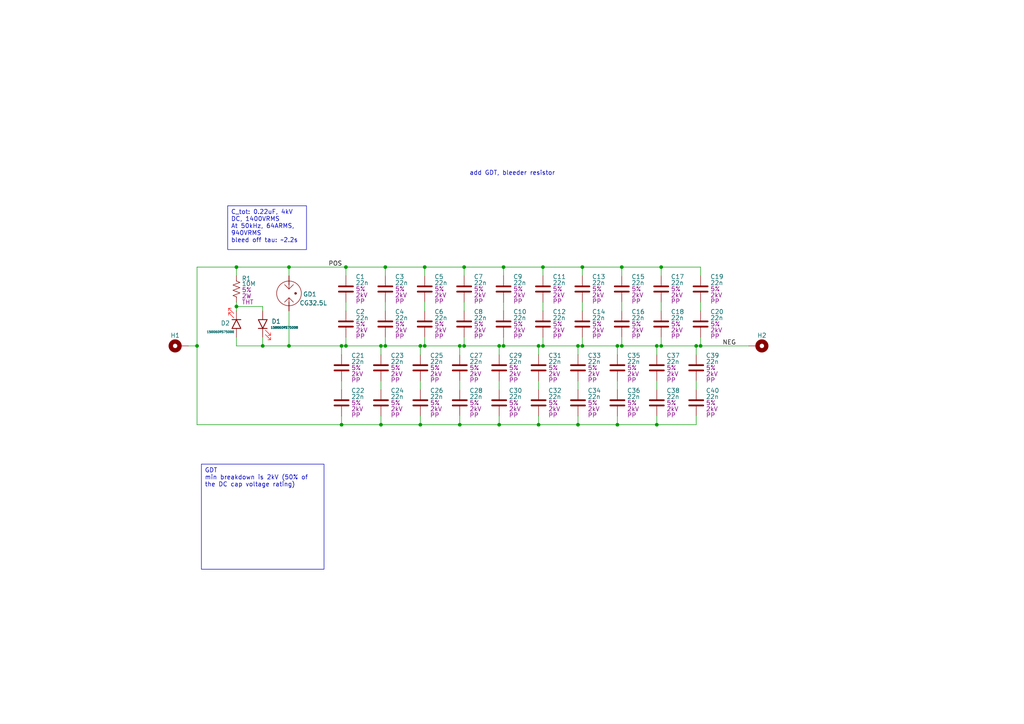
<source format=kicad_sch>
(kicad_sch (version 20250114) (generator "eeschema") (generator_version "9.0")
  (paper "A4")
  (lib_symbols
    (symbol "peml:150060RS75000" (pin_numbers (hide yes)) (pin_names (offset 1.016) (hide yes))
      (property "Reference" "D" (at 0 2.54 0))
      (property "Value" "150060RS75000" (at 0.254 -3.556 0))
      (symbol "150060RS75000_0_1"
        (polyline (pts (xy -1.27 -1.27) (xy -1.27 1.27)) (stroke (width 0.254)))
        (polyline (pts (xy 1.27 -1.27) (xy 1.27 1.27) (xy -1.27 0) (xy 1.27 -1.27)) (stroke (width 0.254)))
      )
      (symbol "150060RS75000_1_1"
        (polyline (pts (xy -3.048 -0.762) (xy -4.572 -2.286) (xy -3.81 -2.286) (xy -4.572 -2.286) (xy -4.572 -1.524)) (stroke (width 0) (color 255 0 0 1)))
        (polyline (pts (xy -1.778 -0.762) (xy -3.302 -2.286) (xy -2.54 -2.286) (xy -3.302 -2.286) (xy -3.302 -1.524)) (stroke (width 0) (color 255 0 0 1)))
        (pin passive line (at -3.81 0 0) (length 2.54) (name "K") (number "1"))
        (pin passive line (at 3.81 0 180) (length 2.54) (name "A") (number "2"))
      )
    )
    (symbol "peml:CG32.5L" (pin_numbers (hide yes))
      (property "Reference" "GD" (at 5.08 0 90))
      (property "Value" "CG32.5L" (at 7.62 0 90))
      (symbol "CG32.5L_0_1"
        (polyline (pts (xy 0 2.54) (xy 0 1.27)))
        (polyline (pts (xy 0 1.27) (xy -1.27 2.54)))
        (polyline (pts (xy 0 1.27) (xy 1.27 2.54)))
        (circle (center 0 0) (radius 3.5814))
        (polyline (pts (xy 0 -1.27) (xy -1.27 -2.54)))
        (polyline (pts (xy 0 -1.27) (xy 1.27 -2.54)))
        (polyline (pts (xy 0 -2.54) (xy 0 -1.27)))
        (circle (center 1.905 0) (radius 0.127))
        (circle (center 1.905 0) (radius 0.127))
        (circle (center 1.905 0) (radius 0.2794))
        (circle (center 2.032 0) (radius 0.127))
      )
      (symbol "CG32.5L_1_1"
        (pin passive line (at 0 5.08 270) (length 2.54) (name "~") (number "3"))
        (pin passive line (at 0 -5.08 90) (length 2.54) (name "~") (number "1"))
      )
    )
    (symbol "peml:MountingHole_Pad" (pin_numbers (hide yes)) (pin_names (offset 1.016) (hide yes)) (in_bom no)
      (property "Reference" "H" (at 0 6.35 0))
      (property "Value" "MountingHole_Pad" (at 0 4.445 0))
      (symbol "MountingHole_Pad_0_1"
        (circle (center 0 1.27) (radius 1.27) (stroke (width 1.27)))
      )
      (symbol "MountingHole_Pad_1_1"
        (pin input line (at 0 -2.54 90) (length 2.54) (name "1") (number "1"))
      )
    )
    (symbol "peml_passives:ASRM2JA10M0" (pin_numbers (hide yes)) (pin_names (offset 0))
      (property "Reference" "R" (at 1.905 3.175 0))
      (property "Value" "10M" (at 1.905 1.27 0))
      (property "Tolerance" "5%" (at 1.905 -0.635 0))
      (property "Power" "2W" (at 1.905 -2.54 0))
      (property "Package" "THT" (at 1.905 -4.445 0))
      (symbol "ASRM2JA10M0_0_1"
        (polyline (pts (xy 0 2.286) (xy 0 2.54)))
        (polyline (pts (xy 0 2.286) (xy 1.016 1.905) (xy 0 1.524) (xy -1.016 1.143) (xy 0 0.762)))
        (polyline (pts (xy 0 0.762) (xy 1.016 0.381) (xy 0 0) (xy -1.016 -0.381) (xy 0 -0.762)))
        (polyline (pts (xy 0 -0.762) (xy 1.016 -1.143) (xy 0 -1.524) (xy -1.016 -1.905) (xy 0 -2.286)))
        (polyline (pts (xy 0 -2.286) (xy 0 -2.54)))
      )
      (symbol "ASRM2JA10M0_1_1"
        (pin passive line (at 0 3.81 270) (length 1.27) (name "~") (number "1"))
        (pin passive line (at 0 -3.81 90) (length 1.27) (name "~") (number "2"))
      )
    )
    (symbol "peml_passives:R76UN22204040J" (pin_numbers (hide yes)) (pin_names (offset 0.254))
      (property "Reference" "C" (at 2.54 3.81 0))
      (property "Value" "22n" (at 2.54 1.905 0))
      (property "Tolerance" "5%" (at 2.54 0 0))
      (property "Voltage" "2kV" (at 2.54 -1.905 0))
      (property "Dielectric" "PP" (at 2.54 -3.81 0))
      (symbol "R76UN22204040J_0_1"
        (polyline (pts (xy -2.032 0.762) (xy 2.032 0.762)) (stroke (width 0.508)))
        (polyline (pts (xy -2.032 -0.762) (xy 2.032 -0.762)) (stroke (width 0.508)))
      )
      (symbol "R76UN22204040J_1_1"
        (pin passive line (at 0 3.81 270) (length 2.794) (name "~") (number "1"))
        (pin passive line (at 0 -3.81 90) (length 2.794) (name "~") (number "2"))
      )
    )
  )
  (text "add GDT, bleeder resistor" (at 148.59 50.292 0) (effects (font (size 1.27 1.27))))
  (text_box "C_tot: 0.22uF, 4kV DC, 1400VRMS\nAt 50kHz, 64ARMS, 940VRMS\nbleed off tau: ~2.2s" (at 66.04 59.69 0) (size 22.86 12.7) (margins 0.9525 0.9525 0.9525 0.9525) (effects (font (size 1.27 1.27)) (justify left top)))
  (text_box "GDT \nmin breakdown is 2kV (50% of the DC cap voltage rating)" (at 58.42 134.62 0) (size 35.56 30.48) (margins 0.9525 0.9525 0.9525 0.9525) (effects (font (size 1.27 1.27)) (justify left top)))
  (junction (at 100.33 100.33))
  (junction (at 83.82 100.33))
  (junction (at 144.78 123.19))
  (junction (at 123.19 100.33))
  (junction (at 180.34 100.33))
  (junction (at 68.58 88.9))
  (junction (at 156.21 100.33))
  (junction (at 179.07 100.33))
  (junction (at 57.15 100.33))
  (junction (at 156.21 123.19))
  (junction (at 157.48 77.47))
  (junction (at 110.49 100.33))
  (junction (at 100.33 77.47))
  (junction (at 144.78 100.33))
  (junction (at 134.62 100.33))
  (junction (at 191.77 100.33))
  (junction (at 99.06 123.19))
  (junction (at 157.48 100.33))
  (junction (at 111.76 77.47))
  (junction (at 190.5 123.19))
  (junction (at 146.05 77.47))
  (junction (at 167.64 123.19))
  (junction (at 168.91 100.33))
  (junction (at 83.82 77.47))
  (junction (at 180.34 77.47))
  (junction (at 133.35 100.33))
  (junction (at 76.2 100.33))
  (junction (at 201.93 100.33))
  (junction (at 167.64 100.33))
  (junction (at 121.92 123.19))
  (junction (at 146.05 100.33))
  (junction (at 133.35 123.19))
  (junction (at 134.62 77.47))
  (junction (at 110.49 123.19))
  (junction (at 190.5 100.33))
  (junction (at 99.06 100.33))
  (junction (at 179.07 123.19))
  (junction (at 68.58 77.47))
  (junction (at 123.19 77.47))
  (junction (at 121.92 100.33))
  (junction (at 168.91 77.47))
  (junction (at 191.77 77.47))
  (junction (at 111.76 100.33))
  (junction (at 203.2 100.33))
  (wire (pts (xy 156.21 123.19) (xy 167.64 123.19)))
  (wire (pts (xy 167.64 123.19) (xy 179.07 123.19)))
  (wire (pts (xy 203.2 100.33) (xy 217.17 100.33)))
  (wire (pts (xy 99.06 120.65) (xy 99.06 123.19)))
  (wire (pts (xy 68.58 88.9) (xy 68.58 90.17)))
  (wire (pts (xy 110.49 110.49) (xy 110.49 113.03)))
  (wire (pts (xy 180.34 87.63) (xy 180.34 90.17)))
  (wire (pts (xy 123.19 77.47) (xy 123.19 80.01)))
  (wire (pts (xy 156.21 100.33) (xy 157.48 100.33)))
  (wire (pts (xy 133.35 120.65) (xy 133.35 123.19)))
  (wire (pts (xy 201.93 120.65) (xy 201.93 123.19)))
  (wire (pts (xy 190.5 100.33) (xy 191.77 100.33)))
  (wire (pts (xy 179.07 100.33) (xy 179.07 102.87)))
  (wire (pts (xy 180.34 97.79) (xy 180.34 100.33)))
  (wire (pts (xy 121.92 100.33) (xy 123.19 100.33)))
  (wire (pts (xy 201.93 100.33) (xy 203.2 100.33)))
  (wire (pts (xy 76.2 88.9) (xy 76.2 90.17)))
  (wire (pts (xy 146.05 77.47) (xy 157.48 77.47)))
  (wire (pts (xy 168.91 97.79) (xy 168.91 100.33)))
  (wire (pts (xy 123.19 100.33) (xy 133.35 100.33)))
  (wire (pts (xy 111.76 97.79) (xy 111.76 100.33)))
  (wire (pts (xy 156.21 120.65) (xy 156.21 123.19)))
  (wire (pts (xy 180.34 77.47) (xy 180.34 80.01)))
  (wire (pts (xy 179.07 110.49) (xy 179.07 113.03)))
  (wire (pts (xy 203.2 80.01) (xy 203.2 77.47)))
  (wire (pts (xy 157.48 87.63) (xy 157.48 90.17)))
  (wire (pts (xy 76.2 100.33) (xy 83.82 100.33)))
  (wire (pts (xy 68.58 97.79) (xy 68.58 100.33)))
  (wire (pts (xy 144.78 100.33) (xy 146.05 100.33)))
  (wire (pts (xy 180.34 77.47) (xy 191.77 77.47)))
  (wire (pts (xy 121.92 110.49) (xy 121.92 113.03)))
  (wire (pts (xy 167.64 100.33) (xy 168.91 100.33)))
  (wire (pts (xy 121.92 120.65) (xy 121.92 123.19)))
  (wire (pts (xy 99.06 123.19) (xy 110.49 123.19)))
  (wire (pts (xy 100.33 100.33) (xy 110.49 100.33)))
  (wire (pts (xy 156.21 100.33) (xy 156.21 102.87)))
  (wire (pts (xy 68.58 100.33) (xy 76.2 100.33)))
  (wire (pts (xy 144.78 123.19) (xy 156.21 123.19)))
  (wire (pts (xy 144.78 120.65) (xy 144.78 123.19)))
  (wire (pts (xy 144.78 100.33) (xy 144.78 102.87)))
  (wire (pts (xy 110.49 100.33) (xy 110.49 102.87)))
  (wire (pts (xy 146.05 100.33) (xy 156.21 100.33)))
  (wire (pts (xy 167.64 120.65) (xy 167.64 123.19)))
  (wire (pts (xy 167.64 110.49) (xy 167.64 113.03)))
  (wire (pts (xy 201.93 110.49) (xy 201.93 113.03)))
  (wire (pts (xy 123.19 97.79) (xy 123.19 100.33)))
  (wire (pts (xy 191.77 97.79) (xy 191.77 100.33)))
  (wire (pts (xy 168.91 100.33) (xy 179.07 100.33)))
  (wire (pts (xy 168.91 77.47) (xy 168.91 80.01)))
  (wire (pts (xy 134.62 77.47) (xy 146.05 77.47)))
  (wire (pts (xy 191.77 77.47) (xy 203.2 77.47)))
  (wire (pts (xy 121.92 123.19) (xy 133.35 123.19)))
  (wire (pts (xy 99.06 110.49) (xy 99.06 113.03)))
  (wire (pts (xy 190.5 100.33) (xy 190.5 102.87)))
  (wire (pts (xy 133.35 110.49) (xy 133.35 113.03)))
  (wire (pts (xy 190.5 123.19) (xy 201.93 123.19)))
  (wire (pts (xy 146.05 97.79) (xy 146.05 100.33)))
  (wire (pts (xy 83.82 77.47) (xy 100.33 77.47)))
  (wire (pts (xy 110.49 100.33) (xy 111.76 100.33)))
  (wire (pts (xy 111.76 77.47) (xy 123.19 77.47)))
  (wire (pts (xy 179.07 120.65) (xy 179.07 123.19)))
  (wire (pts (xy 157.48 77.47) (xy 168.91 77.47)))
  (wire (pts (xy 146.05 77.47) (xy 146.05 80.01)))
  (wire (pts (xy 134.62 77.47) (xy 134.62 80.01)))
  (wire (pts (xy 157.48 77.47) (xy 157.48 80.01)))
  (wire (pts (xy 201.93 100.33) (xy 201.93 102.87)))
  (wire (pts (xy 180.34 100.33) (xy 190.5 100.33)))
  (wire (pts (xy 134.62 100.33) (xy 144.78 100.33)))
  (wire (pts (xy 191.77 77.47) (xy 191.77 80.01)))
  (wire (pts (xy 83.82 100.33) (xy 99.06 100.33)))
  (wire (pts (xy 100.33 87.63) (xy 100.33 90.17)))
  (wire (pts (xy 57.15 123.19) (xy 57.15 100.33)))
  (wire (pts (xy 100.33 97.79) (xy 100.33 100.33)))
  (wire (pts (xy 99.06 123.19) (xy 57.15 123.19)))
  (wire (pts (xy 168.91 77.47) (xy 180.34 77.47)))
  (wire (pts (xy 146.05 87.63) (xy 146.05 90.17)))
  (wire (pts (xy 179.07 100.33) (xy 180.34 100.33)))
  (wire (pts (xy 110.49 123.19) (xy 121.92 123.19)))
  (wire (pts (xy 134.62 97.79) (xy 134.62 100.33)))
  (wire (pts (xy 76.2 97.79) (xy 76.2 100.33)))
  (wire (pts (xy 57.15 77.47) (xy 68.58 77.47)))
  (wire (pts (xy 190.5 120.65) (xy 190.5 123.19)))
  (wire (pts (xy 68.58 88.9) (xy 76.2 88.9)))
  (wire (pts (xy 83.82 77.47) (xy 83.82 80.01)))
  (wire (pts (xy 156.21 110.49) (xy 156.21 113.03)))
  (wire (pts (xy 144.78 110.49) (xy 144.78 113.03)))
  (wire (pts (xy 123.19 77.47) (xy 134.62 77.47)))
  (wire (pts (xy 99.06 100.33) (xy 99.06 102.87)))
  (wire (pts (xy 133.35 100.33) (xy 134.62 100.33)))
  (wire (pts (xy 167.64 100.33) (xy 167.64 102.87)))
  (wire (pts (xy 100.33 77.47) (xy 100.33 80.01)))
  (wire (pts (xy 157.48 97.79) (xy 157.48 100.33)))
  (wire (pts (xy 203.2 87.63) (xy 203.2 90.17)))
  (wire (pts (xy 111.76 87.63) (xy 111.76 90.17)))
  (wire (pts (xy 134.62 87.63) (xy 134.62 90.17)))
  (wire (pts (xy 100.33 77.47) (xy 111.76 77.47)))
  (wire (pts (xy 110.49 120.65) (xy 110.49 123.19)))
  (wire (pts (xy 121.92 100.33) (xy 121.92 102.87)))
  (wire (pts (xy 123.19 87.63) (xy 123.19 90.17)))
  (wire (pts (xy 191.77 100.33) (xy 201.93 100.33)))
  (wire (pts (xy 111.76 100.33) (xy 121.92 100.33)))
  (wire (pts (xy 68.58 77.47) (xy 83.82 77.47)))
  (wire (pts (xy 57.15 100.33) (xy 57.15 77.47)))
  (wire (pts (xy 68.58 77.47) (xy 68.58 80.01)))
  (wire (pts (xy 179.07 123.19) (xy 190.5 123.19)))
  (wire (pts (xy 83.82 90.17) (xy 83.82 100.33)))
  (wire (pts (xy 68.58 87.63) (xy 68.58 88.9)))
  (wire (pts (xy 190.5 110.49) (xy 190.5 113.03)))
  (wire (pts (xy 203.2 97.79) (xy 203.2 100.33)))
  (wire (pts (xy 191.77 87.63) (xy 191.77 90.17)))
  (wire (pts (xy 168.91 87.63) (xy 168.91 90.17)))
  (wire (pts (xy 133.35 123.19) (xy 144.78 123.19)))
  (wire (pts (xy 99.06 100.33) (xy 100.33 100.33)))
  (wire (pts (xy 133.35 100.33) (xy 133.35 102.87)))
  (wire (pts (xy 54.61 100.33) (xy 57.15 100.33)))
  (wire (pts (xy 157.48 100.33) (xy 167.64 100.33)))
  (wire (pts (xy 111.76 77.47) (xy 111.76 80.01)))
  (label "POS" (at 95.25 77.47 0))
  (label "NEG" (at 209.55 100.33 0))
  (symbol (lib_id "peml_passives:R76UN22204040J") (at 156.21 106.68 0) (unit 1)
    (property "Reference" "C31" (at 159.004 103.124 0) (effects (justify left)))
    (property "Value" "22n" (at 159.004 104.902 0) (effects (justify left)))
    (property "Footprint" "peml:C_Rect_L26.5mm_W7.0mm_P22.50mm_R76" (effects (hide yes)))
    (property "Datasheet" "https://content.kemet.com/datasheets/KEM_F3034_R76.pdf" (effects (hide yes)))
    (property "Description" "CAP PP FILM 22nF 2kV 5%" (effects (hide yes)))
    (property "MFN" "KEMET" (effects (hide yes)))
    (property "MPN" "R76UN22204040J" (effects (hide yes)))
    (property "SPN" "399-12621-ND" (effects (hide yes)))
    (property "SPL" "https://www.digikey.com/en/products/detail/kemet/R76UN22204040J/5731112" (effects (hide yes)))
    (property "Tolerance" "5%" (at 159.004 106.68 0) (effects (justify left)))
    (property "Voltage" "2kV" (at 159.004 108.458 0) (effects (justify left)))
    (property "Dielectric" "PP" (at 159.004 110.236 0) (effects (justify left)))
  )
  (symbol (lib_id "peml_passives:R76UN22204040J") (at 123.19 83.82 0) (unit 1)
    (property "Reference" "C5" (at 125.984 80.264 0) (effects (justify left)))
    (property "Value" "22n" (at 125.984 82.042 0) (effects (justify left)))
    (property "Footprint" "peml:C_Rect_L26.5mm_W7.0mm_P22.50mm_R76" (effects (hide yes)))
    (property "Datasheet" "https://content.kemet.com/datasheets/KEM_F3034_R76.pdf" (effects (hide yes)))
    (property "Description" "CAP PP FILM 22nF 2kV 5%" (effects (hide yes)))
    (property "MFN" "KEMET" (effects (hide yes)))
    (property "MPN" "R76UN22204040J" (effects (hide yes)))
    (property "SPN" "399-12621-ND" (effects (hide yes)))
    (property "SPL" "https://www.digikey.com/en/products/detail/kemet/R76UN22204040J/5731112" (effects (hide yes)))
    (property "Tolerance" "5%" (at 125.984 83.82 0) (effects (justify left)))
    (property "Voltage" "2kV" (at 125.984 85.598 0) (effects (justify left)))
    (property "Dielectric" "PP" (at 125.984 87.376 0) (effects (justify left)))
  )
  (symbol (lib_id "peml_passives:ASRM2JA10M0") (at 68.58 83.82 0) (unit 1)
    (property "Reference" "R1" (at 70.104 80.772 0) (effects (justify left)))
    (property "Value" "10M" (at 70.104 82.296 0) (effects (justify left)))
    (property "Footprint" "peml:R_Axial_DIN0516_L15.5mm_D5.0mm_P20.32mm_Horizontal" (effects (hide yes)))
    (property "Datasheet" "https://www.seielect.com/catalog/SEI-ASR_ASRM.pdf" (effects (hide yes)))
    (property "Description" "RES 10M 2W THT 5% 1800ppm/C" (effects (hide yes)))
    (property "MFN" "Stackpole Electronics Inc" (effects (hide yes)))
    (property "MPN" "ASRM2JA10M0" (effects (hide yes)))
    (property "SPN" "738-ASRM2JA10M0CT-ND" (effects (hide yes)))
    (property "SPL" "https://www.digikey.com/en/products/detail/stackpole-electronics-inc/ASRM2JA10M0/22115598" (effects (hide yes)))
    (property "Tolerance" "5%" (at 70.104 84.074 0) (effects (justify left)))
    (property "Power" "2W" (at 70.104 85.852 0) (effects (justify left)))
    (property "Package" "THT" (at 70.104 87.63 0) (effects (justify left)))
    (property "TC" "350ppm/C" (effects (hide yes)))
  )
  (symbol (lib_id "peml_passives:R76UN22204040J") (at 190.5 106.68 0) (unit 1)
    (property "Reference" "C37" (at 193.294 103.124 0) (effects (justify left)))
    (property "Value" "22n" (at 193.294 104.902 0) (effects (justify left)))
    (property "Footprint" "peml:C_Rect_L26.5mm_W7.0mm_P22.50mm_R76" (effects (hide yes)))
    (property "Datasheet" "https://content.kemet.com/datasheets/KEM_F3034_R76.pdf" (effects (hide yes)))
    (property "Description" "CAP PP FILM 22nF 2kV 5%" (effects (hide yes)))
    (property "MFN" "KEMET" (effects (hide yes)))
    (property "MPN" "R76UN22204040J" (effects (hide yes)))
    (property "SPN" "399-12621-ND" (effects (hide yes)))
    (property "SPL" "https://www.digikey.com/en/products/detail/kemet/R76UN22204040J/5731112" (effects (hide yes)))
    (property "Tolerance" "5%" (at 193.294 106.68 0) (effects (justify left)))
    (property "Voltage" "2kV" (at 193.294 108.458 0) (effects (justify left)))
    (property "Dielectric" "PP" (at 193.294 110.236 0) (effects (justify left)))
  )
  (symbol (lib_id "peml_passives:R76UN22204040J") (at 110.49 116.84 0) (unit 1)
    (property "Reference" "C24" (at 113.284 113.284 0) (effects (justify left)))
    (property "Value" "22n" (at 113.284 115.062 0) (effects (justify left)))
    (property "Footprint" "peml:C_Rect_L26.5mm_W7.0mm_P22.50mm_R76" (effects (hide yes)))
    (property "Datasheet" "https://content.kemet.com/datasheets/KEM_F3034_R76.pdf" (effects (hide yes)))
    (property "Description" "CAP PP FILM 22nF 2kV 5%" (effects (hide yes)))
    (property "MFN" "KEMET" (effects (hide yes)))
    (property "MPN" "R76UN22204040J" (effects (hide yes)))
    (property "SPN" "399-12621-ND" (effects (hide yes)))
    (property "SPL" "https://www.digikey.com/en/products/detail/kemet/R76UN22204040J/5731112" (effects (hide yes)))
    (property "Tolerance" "5%" (at 113.284 116.84 0) (effects (justify left)))
    (property "Voltage" "2kV" (at 113.284 118.618 0) (effects (justify left)))
    (property "Dielectric" "PP" (at 113.284 120.396 0) (effects (justify left)))
  )
  (symbol (lib_id "peml:MountingHole_Pad") (at 52.07 100.33 90) (unit 1) (in_bom no)
    (property "Reference" "H1" (at 50.8 97.282 90))
    (property "Value" "MountingHole_Pad" (effects (hide yes)))
    (property "Footprint" "MountingHole:MountingHole_8.4mm_M8_Pad_Via" (effects (hide yes)))
    (property "Description" "Mounting Hole with connection" (effects (hide yes)))
  )
  (symbol (lib_id "peml_passives:R76UN22204040J") (at 180.34 93.98 0) (unit 1)
    (property "Reference" "C16" (at 183.134 90.424 0) (effects (justify left)))
    (property "Value" "22n" (at 183.134 92.202 0) (effects (justify left)))
    (property "Footprint" "peml:C_Rect_L26.5mm_W7.0mm_P22.50mm_R76" (effects (hide yes)))
    (property "Datasheet" "https://content.kemet.com/datasheets/KEM_F3034_R76.pdf" (effects (hide yes)))
    (property "Description" "CAP PP FILM 22nF 2kV 5%" (effects (hide yes)))
    (property "MFN" "KEMET" (effects (hide yes)))
    (property "MPN" "R76UN22204040J" (effects (hide yes)))
    (property "SPN" "399-12621-ND" (effects (hide yes)))
    (property "SPL" "https://www.digikey.com/en/products/detail/kemet/R76UN22204040J/5731112" (effects (hide yes)))
    (property "Tolerance" "5%" (at 183.134 93.98 0) (effects (justify left)))
    (property "Voltage" "2kV" (at 183.134 95.758 0) (effects (justify left)))
    (property "Dielectric" "PP" (at 183.134 97.536 0) (effects (justify left)))
  )
  (symbol (lib_id "peml:CG32.5L") (at 83.82 85.09 0) (unit 1)
    (property "Reference" "GD1" (at 87.884 85.344 0) (effects (justify left)))
    (property "Value" "CG32.5L" (at 86.868 87.884 0) (effects (justify left)))
    (property "Datasheet" "https://www.littelfuse.com/assetdocs/gas-discharge-tubes-ac-and-cg3-datasheet?assetguid=314d8414-d377-4110-aff1-0dd41ae6c563" (effects (hide yes)))
    (property "Description" "Gas Discharge Tube 2500 V 5000A (5kA) 2 Pole Through Hole" (effects (hide yes)))
  )
  (symbol (lib_id "peml_passives:R76UN22204040J") (at 111.76 93.98 0) (unit 1)
    (property "Reference" "C4" (at 114.554 90.424 0) (effects (justify left)))
    (property "Value" "22n" (at 114.554 92.202 0) (effects (justify left)))
    (property "Footprint" "peml:C_Rect_L26.5mm_W7.0mm_P22.50mm_R76" (effects (hide yes)))
    (property "Datasheet" "https://content.kemet.com/datasheets/KEM_F3034_R76.pdf" (effects (hide yes)))
    (property "Description" "CAP PP FILM 22nF 2kV 5%" (effects (hide yes)))
    (property "MFN" "KEMET" (effects (hide yes)))
    (property "MPN" "R76UN22204040J" (effects (hide yes)))
    (property "SPN" "399-12621-ND" (effects (hide yes)))
    (property "SPL" "https://www.digikey.com/en/products/detail/kemet/R76UN22204040J/5731112" (effects (hide yes)))
    (property "Tolerance" "5%" (at 114.554 93.98 0) (effects (justify left)))
    (property "Voltage" "2kV" (at 114.554 95.758 0) (effects (justify left)))
    (property "Dielectric" "PP" (at 114.554 97.536 0) (effects (justify left)))
  )
  (symbol (lib_id "peml_passives:R76UN22204040J") (at 100.33 93.98 0) (unit 1)
    (property "Reference" "C2" (at 103.124 90.424 0) (effects (justify left)))
    (property "Value" "22n" (at 103.124 92.202 0) (effects (justify left)))
    (property "Footprint" "peml:C_Rect_L26.5mm_W7.0mm_P22.50mm_R76" (effects (hide yes)))
    (property "Datasheet" "https://content.kemet.com/datasheets/KEM_F3034_R76.pdf" (effects (hide yes)))
    (property "Description" "CAP PP FILM 22nF 2kV 5%" (effects (hide yes)))
    (property "MFN" "KEMET" (effects (hide yes)))
    (property "MPN" "R76UN22204040J" (effects (hide yes)))
    (property "SPN" "399-12621-ND" (effects (hide yes)))
    (property "SPL" "https://www.digikey.com/en/products/detail/kemet/R76UN22204040J/5731112" (effects (hide yes)))
    (property "Tolerance" "5%" (at 103.124 93.98 0) (effects (justify left)))
    (property "Voltage" "2kV" (at 103.124 95.758 0) (effects (justify left)))
    (property "Dielectric" "PP" (at 103.124 97.536 0) (effects (justify left)))
  )
  (symbol (lib_id "peml_passives:R76UN22204040J") (at 190.5 116.84 0) (unit 1)
    (property "Reference" "C38" (at 193.294 113.284 0) (effects (justify left)))
    (property "Value" "22n" (at 193.294 115.062 0) (effects (justify left)))
    (property "Footprint" "peml:C_Rect_L26.5mm_W7.0mm_P22.50mm_R76" (effects (hide yes)))
    (property "Datasheet" "https://content.kemet.com/datasheets/KEM_F3034_R76.pdf" (effects (hide yes)))
    (property "Description" "CAP PP FILM 22nF 2kV 5%" (effects (hide yes)))
    (property "MFN" "KEMET" (effects (hide yes)))
    (property "MPN" "R76UN22204040J" (effects (hide yes)))
    (property "SPN" "399-12621-ND" (effects (hide yes)))
    (property "SPL" "https://www.digikey.com/en/products/detail/kemet/R76UN22204040J/5731112" (effects (hide yes)))
    (property "Tolerance" "5%" (at 193.294 116.84 0) (effects (justify left)))
    (property "Voltage" "2kV" (at 193.294 118.618 0) (effects (justify left)))
    (property "Dielectric" "PP" (at 193.294 120.396 0) (effects (justify left)))
  )
  (symbol (lib_id "peml_passives:R76UN22204040J") (at 191.77 83.82 0) (unit 1)
    (property "Reference" "C17" (at 194.564 80.264 0) (effects (justify left)))
    (property "Value" "22n" (at 194.564 82.042 0) (effects (justify left)))
    (property "Footprint" "peml:C_Rect_L26.5mm_W7.0mm_P22.50mm_R76" (effects (hide yes)))
    (property "Datasheet" "https://content.kemet.com/datasheets/KEM_F3034_R76.pdf" (effects (hide yes)))
    (property "Description" "CAP PP FILM 22nF 2kV 5%" (effects (hide yes)))
    (property "MFN" "KEMET" (effects (hide yes)))
    (property "MPN" "R76UN22204040J" (effects (hide yes)))
    (property "SPN" "399-12621-ND" (effects (hide yes)))
    (property "SPL" "https://www.digikey.com/en/products/detail/kemet/R76UN22204040J/5731112" (effects (hide yes)))
    (property "Tolerance" "5%" (at 194.564 83.82 0) (effects (justify left)))
    (property "Voltage" "2kV" (at 194.564 85.598 0) (effects (justify left)))
    (property "Dielectric" "PP" (at 194.564 87.376 0) (effects (justify left)))
  )
  (symbol (lib_id "peml_passives:R76UN22204040J") (at 133.35 106.68 0) (unit 1)
    (property "Reference" "C27" (at 136.144 103.124 0) (effects (justify left)))
    (property "Value" "22n" (at 136.144 104.902 0) (effects (justify left)))
    (property "Footprint" "peml:C_Rect_L26.5mm_W7.0mm_P22.50mm_R76" (effects (hide yes)))
    (property "Datasheet" "https://content.kemet.com/datasheets/KEM_F3034_R76.pdf" (effects (hide yes)))
    (property "Description" "CAP PP FILM 22nF 2kV 5%" (effects (hide yes)))
    (property "MFN" "KEMET" (effects (hide yes)))
    (property "MPN" "R76UN22204040J" (effects (hide yes)))
    (property "SPN" "399-12621-ND" (effects (hide yes)))
    (property "SPL" "https://www.digikey.com/en/products/detail/kemet/R76UN22204040J/5731112" (effects (hide yes)))
    (property "Tolerance" "5%" (at 136.144 106.68 0) (effects (justify left)))
    (property "Voltage" "2kV" (at 136.144 108.458 0) (effects (justify left)))
    (property "Dielectric" "PP" (at 136.144 110.236 0) (effects (justify left)))
  )
  (symbol (lib_id "peml_passives:R76UN22204040J") (at 146.05 83.82 0) (unit 1)
    (property "Reference" "C9" (at 148.844 80.264 0) (effects (justify left)))
    (property "Value" "22n" (at 148.844 82.042 0) (effects (justify left)))
    (property "Footprint" "peml:C_Rect_L26.5mm_W7.0mm_P22.50mm_R76" (effects (hide yes)))
    (property "Datasheet" "https://content.kemet.com/datasheets/KEM_F3034_R76.pdf" (effects (hide yes)))
    (property "Description" "CAP PP FILM 22nF 2kV 5%" (effects (hide yes)))
    (property "MFN" "KEMET" (effects (hide yes)))
    (property "MPN" "R76UN22204040J" (effects (hide yes)))
    (property "SPN" "399-12621-ND" (effects (hide yes)))
    (property "SPL" "https://www.digikey.com/en/products/detail/kemet/R76UN22204040J/5731112" (effects (hide yes)))
    (property "Tolerance" "5%" (at 148.844 83.82 0) (effects (justify left)))
    (property "Voltage" "2kV" (at 148.844 85.598 0) (effects (justify left)))
    (property "Dielectric" "PP" (at 148.844 87.376 0) (effects (justify left)))
  )
  (symbol (lib_id "peml_passives:R76UN22204040J") (at 144.78 106.68 0) (unit 1)
    (property "Reference" "C29" (at 147.574 103.124 0) (effects (justify left)))
    (property "Value" "22n" (at 147.574 104.902 0) (effects (justify left)))
    (property "Footprint" "peml:C_Rect_L26.5mm_W7.0mm_P22.50mm_R76" (effects (hide yes)))
    (property "Datasheet" "https://content.kemet.com/datasheets/KEM_F3034_R76.pdf" (effects (hide yes)))
    (property "Description" "CAP PP FILM 22nF 2kV 5%" (effects (hide yes)))
    (property "MFN" "KEMET" (effects (hide yes)))
    (property "MPN" "R76UN22204040J" (effects (hide yes)))
    (property "SPN" "399-12621-ND" (effects (hide yes)))
    (property "SPL" "https://www.digikey.com/en/products/detail/kemet/R76UN22204040J/5731112" (effects (hide yes)))
    (property "Tolerance" "5%" (at 147.574 106.68 0) (effects (justify left)))
    (property "Voltage" "2kV" (at 147.574 108.458 0) (effects (justify left)))
    (property "Dielectric" "PP" (at 147.574 110.236 0) (effects (justify left)))
  )
  (symbol (lib_id "peml_passives:R76UN22204040J") (at 180.34 83.82 0) (unit 1)
    (property "Reference" "C15" (at 183.134 80.264 0) (effects (justify left)))
    (property "Value" "22n" (at 183.134 82.042 0) (effects (justify left)))
    (property "Footprint" "peml:C_Rect_L26.5mm_W7.0mm_P22.50mm_R76" (effects (hide yes)))
    (property "Datasheet" "https://content.kemet.com/datasheets/KEM_F3034_R76.pdf" (effects (hide yes)))
    (property "Description" "CAP PP FILM 22nF 2kV 5%" (effects (hide yes)))
    (property "MFN" "KEMET" (effects (hide yes)))
    (property "MPN" "R76UN22204040J" (effects (hide yes)))
    (property "SPN" "399-12621-ND" (effects (hide yes)))
    (property "SPL" "https://www.digikey.com/en/products/detail/kemet/R76UN22204040J/5731112" (effects (hide yes)))
    (property "Tolerance" "5%" (at 183.134 83.82 0) (effects (justify left)))
    (property "Voltage" "2kV" (at 183.134 85.598 0) (effects (justify left)))
    (property "Dielectric" "PP" (at 183.134 87.376 0) (effects (justify left)))
  )
  (symbol (lib_id "peml_passives:R76UN22204040J") (at 121.92 106.68 0) (unit 1)
    (property "Reference" "C25" (at 124.714 103.124 0) (effects (justify left)))
    (property "Value" "22n" (at 124.714 104.902 0) (effects (justify left)))
    (property "Footprint" "peml:C_Rect_L26.5mm_W7.0mm_P22.50mm_R76" (effects (hide yes)))
    (property "Datasheet" "https://content.kemet.com/datasheets/KEM_F3034_R76.pdf" (effects (hide yes)))
    (property "Description" "CAP PP FILM 22nF 2kV 5%" (effects (hide yes)))
    (property "MFN" "KEMET" (effects (hide yes)))
    (property "MPN" "R76UN22204040J" (effects (hide yes)))
    (property "SPN" "399-12621-ND" (effects (hide yes)))
    (property "SPL" "https://www.digikey.com/en/products/detail/kemet/R76UN22204040J/5731112" (effects (hide yes)))
    (property "Tolerance" "5%" (at 124.714 106.68 0) (effects (justify left)))
    (property "Voltage" "2kV" (at 124.714 108.458 0) (effects (justify left)))
    (property "Dielectric" "PP" (at 124.714 110.236 0) (effects (justify left)))
  )
  (symbol (lib_id "peml:150060RS75000") (at 76.2 93.98 90) (unit 1)
    (property "Reference" "D1" (at 78.74 93.218 90) (effects (justify right)))
    (property "Value" "150060RS75000" (at 78.486 94.996 90) (effects (font (size 0.635 0.635)) (justify right)))
    (property "Footprint" "peml:LED_0603_1608Metric" (effects (hide yes)))
    (property "Datasheet" "https://www.we-online.com/components/products/datasheet/150060RS75000.pdf" (effects (hide yes)))
    (property "Description" "Red 625nm LED Indication - Discrete 2V 0603 (1608 Metric)" (effects (hide yes)))
    (property "MFN" "Wurth Elektronik " (effects (hide yes)))
    (property "MPN" "150060RS75000 " (effects (hide yes)))
    (property "SPN" "732-4978-1-ND " (effects (hide yes)))
    (property "SPL" "https://www.digikey.com/en/products/detail/w%C3%BCrth-elektronik/150060RS75000/4489901 " (effects (hide yes)))
    (property "Package" "0603 " (effects (hide yes)))
    (property "JLCPCB" "C3030991" (effects (hide yes)))
  )
  (symbol (lib_id "peml_passives:R76UN22204040J") (at 157.48 93.98 0) (unit 1)
    (property "Reference" "C12" (at 160.274 90.424 0) (effects (justify left)))
    (property "Value" "22n" (at 160.274 92.202 0) (effects (justify left)))
    (property "Footprint" "peml:C_Rect_L26.5mm_W7.0mm_P22.50mm_R76" (effects (hide yes)))
    (property "Datasheet" "https://content.kemet.com/datasheets/KEM_F3034_R76.pdf" (effects (hide yes)))
    (property "Description" "CAP PP FILM 22nF 2kV 5%" (effects (hide yes)))
    (property "MFN" "KEMET" (effects (hide yes)))
    (property "MPN" "R76UN22204040J" (effects (hide yes)))
    (property "SPN" "399-12621-ND" (effects (hide yes)))
    (property "SPL" "https://www.digikey.com/en/products/detail/kemet/R76UN22204040J/5731112" (effects (hide yes)))
    (property "Tolerance" "5%" (at 160.274 93.98 0) (effects (justify left)))
    (property "Voltage" "2kV" (at 160.274 95.758 0) (effects (justify left)))
    (property "Dielectric" "PP" (at 160.274 97.536 0) (effects (justify left)))
  )
  (symbol (lib_id "peml_passives:R76UN22204040J") (at 203.2 83.82 0) (unit 1)
    (property "Reference" "C19" (at 205.994 80.264 0) (effects (justify left)))
    (property "Value" "22n" (at 205.994 82.042 0) (effects (justify left)))
    (property "Footprint" "peml:C_Rect_L26.5mm_W7.0mm_P22.50mm_R76" (effects (hide yes)))
    (property "Datasheet" "https://content.kemet.com/datasheets/KEM_F3034_R76.pdf" (effects (hide yes)))
    (property "Description" "CAP PP FILM 22nF 2kV 5%" (effects (hide yes)))
    (property "MFN" "KEMET" (effects (hide yes)))
    (property "MPN" "R76UN22204040J" (effects (hide yes)))
    (property "SPN" "399-12621-ND" (effects (hide yes)))
    (property "SPL" "https://www.digikey.com/en/products/detail/kemet/R76UN22204040J/5731112" (effects (hide yes)))
    (property "Tolerance" "5%" (at 205.994 83.82 0) (effects (justify left)))
    (property "Voltage" "2kV" (at 205.994 85.598 0) (effects (justify left)))
    (property "Dielectric" "PP" (at 205.994 87.376 0) (effects (justify left)))
  )
  (symbol (lib_id "peml_passives:R76UN22204040J") (at 111.76 83.82 0) (unit 1)
    (property "Reference" "C3" (at 114.554 80.264 0) (effects (justify left)))
    (property "Value" "22n" (at 114.554 82.042 0) (effects (justify left)))
    (property "Footprint" "peml:C_Rect_L26.5mm_W7.0mm_P22.50mm_R76" (effects (hide yes)))
    (property "Datasheet" "https://content.kemet.com/datasheets/KEM_F3034_R76.pdf" (effects (hide yes)))
    (property "Description" "CAP PP FILM 22nF 2kV 5%" (effects (hide yes)))
    (property "MFN" "KEMET" (effects (hide yes)))
    (property "MPN" "R76UN22204040J" (effects (hide yes)))
    (property "SPN" "399-12621-ND" (effects (hide yes)))
    (property "SPL" "https://www.digikey.com/en/products/detail/kemet/R76UN22204040J/5731112" (effects (hide yes)))
    (property "Tolerance" "5%" (at 114.554 83.82 0) (effects (justify left)))
    (property "Voltage" "2kV" (at 114.554 85.598 0) (effects (justify left)))
    (property "Dielectric" "PP" (at 114.554 87.376 0) (effects (justify left)))
  )
  (symbol (lib_id "peml:MountingHole_Pad") (at 219.71 100.33 270) (unit 1) (in_bom no)
    (property "Reference" "H2" (at 220.98 97.282 90))
    (property "Value" "MountingHole_Pad" (effects (hide yes)))
    (property "Footprint" "MountingHole:MountingHole_8.4mm_M8_Pad_Via" (effects (hide yes)))
    (property "Description" "Mounting Hole with connection" (effects (hide yes)))
  )
  (symbol (lib_id "peml_passives:R76UN22204040J") (at 191.77 93.98 0) (unit 1)
    (property "Reference" "C18" (at 194.564 90.424 0) (effects (justify left)))
    (property "Value" "22n" (at 194.564 92.202 0) (effects (justify left)))
    (property "Footprint" "peml:C_Rect_L26.5mm_W7.0mm_P22.50mm_R76" (effects (hide yes)))
    (property "Datasheet" "https://content.kemet.com/datasheets/KEM_F3034_R76.pdf" (effects (hide yes)))
    (property "Description" "CAP PP FILM 22nF 2kV 5%" (effects (hide yes)))
    (property "MFN" "KEMET" (effects (hide yes)))
    (property "MPN" "R76UN22204040J" (effects (hide yes)))
    (property "SPN" "399-12621-ND" (effects (hide yes)))
    (property "SPL" "https://www.digikey.com/en/products/detail/kemet/R76UN22204040J/5731112" (effects (hide yes)))
    (property "Tolerance" "5%" (at 194.564 93.98 0) (effects (justify left)))
    (property "Voltage" "2kV" (at 194.564 95.758 0) (effects (justify left)))
    (property "Dielectric" "PP" (at 194.564 97.536 0) (effects (justify left)))
  )
  (symbol (lib_id "peml_passives:R76UN22204040J") (at 99.06 116.84 0) (unit 1)
    (property "Reference" "C22" (at 101.854 113.284 0) (effects (justify left)))
    (property "Value" "22n" (at 101.854 115.062 0) (effects (justify left)))
    (property "Footprint" "peml:C_Rect_L26.5mm_W7.0mm_P22.50mm_R76" (effects (hide yes)))
    (property "Datasheet" "https://content.kemet.com/datasheets/KEM_F3034_R76.pdf" (effects (hide yes)))
    (property "Description" "CAP PP FILM 22nF 2kV 5%" (effects (hide yes)))
    (property "MFN" "KEMET" (effects (hide yes)))
    (property "MPN" "R76UN22204040J" (effects (hide yes)))
    (property "SPN" "399-12621-ND" (effects (hide yes)))
    (property "SPL" "https://www.digikey.com/en/products/detail/kemet/R76UN22204040J/5731112" (effects (hide yes)))
    (property "Tolerance" "5%" (at 101.854 116.84 0) (effects (justify left)))
    (property "Voltage" "2kV" (at 101.854 118.618 0) (effects (justify left)))
    (property "Dielectric" "PP" (at 101.854 120.396 0) (effects (justify left)))
  )
  (symbol (lib_id "peml:150060RS75000") (at 68.58 93.98 270) (unit 1)
    (property "Reference" "D2" (at 64.008 93.726 90) (effects (justify left)))
    (property "Value" "150060RS75000" (at 59.944 96.266 90) (effects (font (size 0.635 0.635)) (justify left)))
    (property "Footprint" "peml:LED_0603_1608Metric" (effects (hide yes)))
    (property "Datasheet" "https://www.we-online.com/components/products/datasheet/150060RS75000.pdf" (effects (hide yes)))
    (property "Description" "Red 625nm LED Indication - Discrete 2V 0603 (1608 Metric)" (effects (hide yes)))
    (property "MFN" "Wurth Elektronik " (effects (hide yes)))
    (property "MPN" "150060RS75000 " (effects (hide yes)))
    (property "SPN" "732-4978-1-ND " (effects (hide yes)))
    (property "SPL" "https://www.digikey.com/en/products/detail/w%C3%BCrth-elektronik/150060RS75000/4489901 " (effects (hide yes)))
    (property "Package" "0603 " (effects (hide yes)))
    (property "JLCPCB" "C3030991" (effects (hide yes)))
  )
  (symbol (lib_id "peml_passives:R76UN22204040J") (at 179.07 116.84 0) (unit 1)
    (property "Reference" "C36" (at 181.864 113.284 0) (effects (justify left)))
    (property "Value" "22n" (at 181.864 115.062 0) (effects (justify left)))
    (property "Footprint" "peml:C_Rect_L26.5mm_W7.0mm_P22.50mm_R76" (effects (hide yes)))
    (property "Datasheet" "https://content.kemet.com/datasheets/KEM_F3034_R76.pdf" (effects (hide yes)))
    (property "Description" "CAP PP FILM 22nF 2kV 5%" (effects (hide yes)))
    (property "MFN" "KEMET" (effects (hide yes)))
    (property "MPN" "R76UN22204040J" (effects (hide yes)))
    (property "SPN" "399-12621-ND" (effects (hide yes)))
    (property "SPL" "https://www.digikey.com/en/products/detail/kemet/R76UN22204040J/5731112" (effects (hide yes)))
    (property "Tolerance" "5%" (at 181.864 116.84 0) (effects (justify left)))
    (property "Voltage" "2kV" (at 181.864 118.618 0) (effects (justify left)))
    (property "Dielectric" "PP" (at 181.864 120.396 0) (effects (justify left)))
  )
  (symbol (lib_id "peml_passives:R76UN22204040J") (at 156.21 116.84 0) (unit 1)
    (property "Reference" "C32" (at 159.004 113.284 0) (effects (justify left)))
    (property "Value" "22n" (at 159.004 115.062 0) (effects (justify left)))
    (property "Footprint" "peml:C_Rect_L26.5mm_W7.0mm_P22.50mm_R76" (effects (hide yes)))
    (property "Datasheet" "https://content.kemet.com/datasheets/KEM_F3034_R76.pdf" (effects (hide yes)))
    (property "Description" "CAP PP FILM 22nF 2kV 5%" (effects (hide yes)))
    (property "MFN" "KEMET" (effects (hide yes)))
    (property "MPN" "R76UN22204040J" (effects (hide yes)))
    (property "SPN" "399-12621-ND" (effects (hide yes)))
    (property "SPL" "https://www.digikey.com/en/products/detail/kemet/R76UN22204040J/5731112" (effects (hide yes)))
    (property "Tolerance" "5%" (at 159.004 116.84 0) (effects (justify left)))
    (property "Voltage" "2kV" (at 159.004 118.618 0) (effects (justify left)))
    (property "Dielectric" "PP" (at 159.004 120.396 0) (effects (justify left)))
  )
  (symbol (lib_id "peml_passives:R76UN22204040J") (at 121.92 116.84 0) (unit 1)
    (property "Reference" "C26" (at 124.714 113.284 0) (effects (justify left)))
    (property "Value" "22n" (at 124.714 115.062 0) (effects (justify left)))
    (property "Footprint" "peml:C_Rect_L26.5mm_W7.0mm_P22.50mm_R76" (effects (hide yes)))
    (property "Datasheet" "https://content.kemet.com/datasheets/KEM_F3034_R76.pdf" (effects (hide yes)))
    (property "Description" "CAP PP FILM 22nF 2kV 5%" (effects (hide yes)))
    (property "MFN" "KEMET" (effects (hide yes)))
    (property "MPN" "R76UN22204040J" (effects (hide yes)))
    (property "SPN" "399-12621-ND" (effects (hide yes)))
    (property "SPL" "https://www.digikey.com/en/products/detail/kemet/R76UN22204040J/5731112" (effects (hide yes)))
    (property "Tolerance" "5%" (at 124.714 116.84 0) (effects (justify left)))
    (property "Voltage" "2kV" (at 124.714 118.618 0) (effects (justify left)))
    (property "Dielectric" "PP" (at 124.714 120.396 0) (effects (justify left)))
  )
  (symbol (lib_id "peml_passives:R76UN22204040J") (at 168.91 83.82 0) (unit 1)
    (property "Reference" "C13" (at 171.704 80.264 0) (effects (justify left)))
    (property "Value" "22n" (at 171.704 82.042 0) (effects (justify left)))
    (property "Footprint" "peml:C_Rect_L26.5mm_W7.0mm_P22.50mm_R76" (effects (hide yes)))
    (property "Datasheet" "https://content.kemet.com/datasheets/KEM_F3034_R76.pdf" (effects (hide yes)))
    (property "Description" "CAP PP FILM 22nF 2kV 5%" (effects (hide yes)))
    (property "MFN" "KEMET" (effects (hide yes)))
    (property "MPN" "R76UN22204040J" (effects (hide yes)))
    (property "SPN" "399-12621-ND" (effects (hide yes)))
    (property "SPL" "https://www.digikey.com/en/products/detail/kemet/R76UN22204040J/5731112" (effects (hide yes)))
    (property "Tolerance" "5%" (at 171.704 83.82 0) (effects (justify left)))
    (property "Voltage" "2kV" (at 171.704 85.598 0) (effects (justify left)))
    (property "Dielectric" "PP" (at 171.704 87.376 0) (effects (justify left)))
  )
  (symbol (lib_id "peml_passives:R76UN22204040J") (at 100.33 83.82 0) (unit 1)
    (property "Reference" "C1" (at 103.124 80.264 0) (effects (justify left)))
    (property "Value" "22n" (at 103.124 82.042 0) (effects (justify left)))
    (property "Footprint" "peml:C_Rect_L26.5mm_W7.0mm_P22.50mm_R76" (effects (hide yes)))
    (property "Datasheet" "https://content.kemet.com/datasheets/KEM_F3034_R76.pdf" (effects (hide yes)))
    (property "Description" "CAP PP FILM 22nF 2kV 5%" (effects (hide yes)))
    (property "MFN" "KEMET" (effects (hide yes)))
    (property "MPN" "R76UN22204040J" (effects (hide yes)))
    (property "SPN" "399-12621-ND" (effects (hide yes)))
    (property "SPL" "https://www.digikey.com/en/products/detail/kemet/R76UN22204040J/5731112" (effects (hide yes)))
    (property "Tolerance" "5%" (at 103.124 83.82 0) (effects (justify left)))
    (property "Voltage" "2kV" (at 103.124 85.598 0) (effects (justify left)))
    (property "Dielectric" "PP" (at 103.124 87.376 0) (effects (justify left)))
  )
  (symbol (lib_id "peml_passives:R76UN22204040J") (at 203.2 93.98 0) (unit 1)
    (property "Reference" "C20" (at 205.994 90.424 0) (effects (justify left)))
    (property "Value" "22n" (at 205.994 92.202 0) (effects (justify left)))
    (property "Footprint" "peml:C_Rect_L26.5mm_W7.0mm_P22.50mm_R76" (effects (hide yes)))
    (property "Datasheet" "https://content.kemet.com/datasheets/KEM_F3034_R76.pdf" (effects (hide yes)))
    (property "Description" "CAP PP FILM 22nF 2kV 5%" (effects (hide yes)))
    (property "MFN" "KEMET" (effects (hide yes)))
    (property "MPN" "R76UN22204040J" (effects (hide yes)))
    (property "SPN" "399-12621-ND" (effects (hide yes)))
    (property "SPL" "https://www.digikey.com/en/products/detail/kemet/R76UN22204040J/5731112" (effects (hide yes)))
    (property "Tolerance" "5%" (at 205.994 93.98 0) (effects (justify left)))
    (property "Voltage" "2kV" (at 205.994 95.758 0) (effects (justify left)))
    (property "Dielectric" "PP" (at 205.994 97.536 0) (effects (justify left)))
  )
  (symbol (lib_id "peml_passives:R76UN22204040J") (at 133.35 116.84 0) (unit 1)
    (property "Reference" "C28" (at 136.144 113.284 0) (effects (justify left)))
    (property "Value" "22n" (at 136.144 115.062 0) (effects (justify left)))
    (property "Footprint" "peml:C_Rect_L26.5mm_W7.0mm_P22.50mm_R76" (effects (hide yes)))
    (property "Datasheet" "https://content.kemet.com/datasheets/KEM_F3034_R76.pdf" (effects (hide yes)))
    (property "Description" "CAP PP FILM 22nF 2kV 5%" (effects (hide yes)))
    (property "MFN" "KEMET" (effects (hide yes)))
    (property "MPN" "R76UN22204040J" (effects (hide yes)))
    (property "SPN" "399-12621-ND" (effects (hide yes)))
    (property "SPL" "https://www.digikey.com/en/products/detail/kemet/R76UN22204040J/5731112" (effects (hide yes)))
    (property "Tolerance" "5%" (at 136.144 116.84 0) (effects (justify left)))
    (property "Voltage" "2kV" (at 136.144 118.618 0) (effects (justify left)))
    (property "Dielectric" "PP" (at 136.144 120.396 0) (effects (justify left)))
  )
  (symbol (lib_id "peml_passives:R76UN22204040J") (at 167.64 116.84 0) (unit 1)
    (property "Reference" "C34" (at 170.434 113.284 0) (effects (justify left)))
    (property "Value" "22n" (at 170.434 115.062 0) (effects (justify left)))
    (property "Footprint" "peml:C_Rect_L26.5mm_W7.0mm_P22.50mm_R76" (effects (hide yes)))
    (property "Datasheet" "https://content.kemet.com/datasheets/KEM_F3034_R76.pdf" (effects (hide yes)))
    (property "Description" "CAP PP FILM 22nF 2kV 5%" (effects (hide yes)))
    (property "MFN" "KEMET" (effects (hide yes)))
    (property "MPN" "R76UN22204040J" (effects (hide yes)))
    (property "SPN" "399-12621-ND" (effects (hide yes)))
    (property "SPL" "https://www.digikey.com/en/products/detail/kemet/R76UN22204040J/5731112" (effects (hide yes)))
    (property "Tolerance" "5%" (at 170.434 116.84 0) (effects (justify left)))
    (property "Voltage" "2kV" (at 170.434 118.618 0) (effects (justify left)))
    (property "Dielectric" "PP" (at 170.434 120.396 0) (effects (justify left)))
  )
  (symbol (lib_id "peml_passives:R76UN22204040J") (at 168.91 93.98 0) (unit 1)
    (property "Reference" "C14" (at 171.704 90.424 0) (effects (justify left)))
    (property "Value" "22n" (at 171.704 92.202 0) (effects (justify left)))
    (property "Footprint" "peml:C_Rect_L26.5mm_W7.0mm_P22.50mm_R76" (effects (hide yes)))
    (property "Datasheet" "https://content.kemet.com/datasheets/KEM_F3034_R76.pdf" (effects (hide yes)))
    (property "Description" "CAP PP FILM 22nF 2kV 5%" (effects (hide yes)))
    (property "MFN" "KEMET" (effects (hide yes)))
    (property "MPN" "R76UN22204040J" (effects (hide yes)))
    (property "SPN" "399-12621-ND" (effects (hide yes)))
    (property "SPL" "https://www.digikey.com/en/products/detail/kemet/R76UN22204040J/5731112" (effects (hide yes)))
    (property "Tolerance" "5%" (at 171.704 93.98 0) (effects (justify left)))
    (property "Voltage" "2kV" (at 171.704 95.758 0) (effects (justify left)))
    (property "Dielectric" "PP" (at 171.704 97.536 0) (effects (justify left)))
  )
  (symbol (lib_id "peml_passives:R76UN22204040J") (at 134.62 93.98 0) (unit 1)
    (property "Reference" "C8" (at 137.414 90.424 0) (effects (justify left)))
    (property "Value" "22n" (at 137.414 92.202 0) (effects (justify left)))
    (property "Footprint" "peml:C_Rect_L26.5mm_W7.0mm_P22.50mm_R76" (effects (hide yes)))
    (property "Datasheet" "https://content.kemet.com/datasheets/KEM_F3034_R76.pdf" (effects (hide yes)))
    (property "Description" "CAP PP FILM 22nF 2kV 5%" (effects (hide yes)))
    (property "MFN" "KEMET" (effects (hide yes)))
    (property "MPN" "R76UN22204040J" (effects (hide yes)))
    (property "SPN" "399-12621-ND" (effects (hide yes)))
    (property "SPL" "https://www.digikey.com/en/products/detail/kemet/R76UN22204040J/5731112" (effects (hide yes)))
    (property "Tolerance" "5%" (at 137.414 93.98 0) (effects (justify left)))
    (property "Voltage" "2kV" (at 137.414 95.758 0) (effects (justify left)))
    (property "Dielectric" "PP" (at 137.414 97.536 0) (effects (justify left)))
  )
  (symbol (lib_id "peml_passives:R76UN22204040J") (at 123.19 93.98 0) (unit 1)
    (property "Reference" "C6" (at 125.984 90.424 0) (effects (justify left)))
    (property "Value" "22n" (at 125.984 92.202 0) (effects (justify left)))
    (property "Footprint" "peml:C_Rect_L26.5mm_W7.0mm_P22.50mm_R76" (effects (hide yes)))
    (property "Datasheet" "https://content.kemet.com/datasheets/KEM_F3034_R76.pdf" (effects (hide yes)))
    (property "Description" "CAP PP FILM 22nF 2kV 5%" (effects (hide yes)))
    (property "MFN" "KEMET" (effects (hide yes)))
    (property "MPN" "R76UN22204040J" (effects (hide yes)))
    (property "SPN" "399-12621-ND" (effects (hide yes)))
    (property "SPL" "https://www.digikey.com/en/products/detail/kemet/R76UN22204040J/5731112" (effects (hide yes)))
    (property "Tolerance" "5%" (at 125.984 93.98 0) (effects (justify left)))
    (property "Voltage" "2kV" (at 125.984 95.758 0) (effects (justify left)))
    (property "Dielectric" "PP" (at 125.984 97.536 0) (effects (justify left)))
  )
  (symbol (lib_id "peml_passives:R76UN22204040J") (at 179.07 106.68 0) (unit 1)
    (property "Reference" "C35" (at 181.864 103.124 0) (effects (justify left)))
    (property "Value" "22n" (at 181.864 104.902 0) (effects (justify left)))
    (property "Footprint" "peml:C_Rect_L26.5mm_W7.0mm_P22.50mm_R76" (effects (hide yes)))
    (property "Datasheet" "https://content.kemet.com/datasheets/KEM_F3034_R76.pdf" (effects (hide yes)))
    (property "Description" "CAP PP FILM 22nF 2kV 5%" (effects (hide yes)))
    (property "MFN" "KEMET" (effects (hide yes)))
    (property "MPN" "R76UN22204040J" (effects (hide yes)))
    (property "SPN" "399-12621-ND" (effects (hide yes)))
    (property "SPL" "https://www.digikey.com/en/products/detail/kemet/R76UN22204040J/5731112" (effects (hide yes)))
    (property "Tolerance" "5%" (at 181.864 106.68 0) (effects (justify left)))
    (property "Voltage" "2kV" (at 181.864 108.458 0) (effects (justify left)))
    (property "Dielectric" "PP" (at 181.864 110.236 0) (effects (justify left)))
  )
  (symbol (lib_id "peml_passives:R76UN22204040J") (at 110.49 106.68 0) (unit 1)
    (property "Reference" "C23" (at 113.284 103.124 0) (effects (justify left)))
    (property "Value" "22n" (at 113.284 104.902 0) (effects (justify left)))
    (property "Footprint" "peml:C_Rect_L26.5mm_W7.0mm_P22.50mm_R76" (effects (hide yes)))
    (property "Datasheet" "https://content.kemet.com/datasheets/KEM_F3034_R76.pdf" (effects (hide yes)))
    (property "Description" "CAP PP FILM 22nF 2kV 5%" (effects (hide yes)))
    (property "MFN" "KEMET" (effects (hide yes)))
    (property "MPN" "R76UN22204040J" (effects (hide yes)))
    (property "SPN" "399-12621-ND" (effects (hide yes)))
    (property "SPL" "https://www.digikey.com/en/products/detail/kemet/R76UN22204040J/5731112" (effects (hide yes)))
    (property "Tolerance" "5%" (at 113.284 106.68 0) (effects (justify left)))
    (property "Voltage" "2kV" (at 113.284 108.458 0) (effects (justify left)))
    (property "Dielectric" "PP" (at 113.284 110.236 0) (effects (justify left)))
  )
  (symbol (lib_id "peml_passives:R76UN22204040J") (at 99.06 106.68 0) (unit 1)
    (property "Reference" "C21" (at 101.854 103.124 0) (effects (justify left)))
    (property "Value" "22n" (at 101.854 104.902 0) (effects (justify left)))
    (property "Footprint" "peml:C_Rect_L26.5mm_W7.0mm_P22.50mm_R76" (effects (hide yes)))
    (property "Datasheet" "https://content.kemet.com/datasheets/KEM_F3034_R76.pdf" (effects (hide yes)))
    (property "Description" "CAP PP FILM 22nF 2kV 5%" (effects (hide yes)))
    (property "MFN" "KEMET" (effects (hide yes)))
    (property "MPN" "R76UN22204040J" (effects (hide yes)))
    (property "SPN" "399-12621-ND" (effects (hide yes)))
    (property "SPL" "https://www.digikey.com/en/products/detail/kemet/R76UN22204040J/5731112" (effects (hide yes)))
    (property "Tolerance" "5%" (at 101.854 106.68 0) (effects (justify left)))
    (property "Voltage" "2kV" (at 101.854 108.458 0) (effects (justify left)))
    (property "Dielectric" "PP" (at 101.854 110.236 0) (effects (justify left)))
  )
  (symbol (lib_id "peml_passives:R76UN22204040J") (at 157.48 83.82 0) (unit 1)
    (property "Reference" "C11" (at 160.274 80.264 0) (effects (justify left)))
    (property "Value" "22n" (at 160.274 82.042 0) (effects (justify left)))
    (property "Footprint" "peml:C_Rect_L26.5mm_W7.0mm_P22.50mm_R76" (effects (hide yes)))
    (property "Datasheet" "https://content.kemet.com/datasheets/KEM_F3034_R76.pdf" (effects (hide yes)))
    (property "Description" "CAP PP FILM 22nF 2kV 5%" (effects (hide yes)))
    (property "MFN" "KEMET" (effects (hide yes)))
    (property "MPN" "R76UN22204040J" (effects (hide yes)))
    (property "SPN" "399-12621-ND" (effects (hide yes)))
    (property "SPL" "https://www.digikey.com/en/products/detail/kemet/R76UN22204040J/5731112" (effects (hide yes)))
    (property "Tolerance" "5%" (at 160.274 83.82 0) (effects (justify left)))
    (property "Voltage" "2kV" (at 160.274 85.598 0) (effects (justify left)))
    (property "Dielectric" "PP" (at 160.274 87.376 0) (effects (justify left)))
  )
  (symbol (lib_id "peml_passives:R76UN22204040J") (at 201.93 116.84 0) (unit 1)
    (property "Reference" "C40" (at 204.724 113.284 0) (effects (justify left)))
    (property "Value" "22n" (at 204.724 115.062 0) (effects (justify left)))
    (property "Footprint" "peml:C_Rect_L26.5mm_W7.0mm_P22.50mm_R76" (effects (hide yes)))
    (property "Datasheet" "https://content.kemet.com/datasheets/KEM_F3034_R76.pdf" (effects (hide yes)))
    (property "Description" "CAP PP FILM 22nF 2kV 5%" (effects (hide yes)))
    (property "MFN" "KEMET" (effects (hide yes)))
    (property "MPN" "R76UN22204040J" (effects (hide yes)))
    (property "SPN" "399-12621-ND" (effects (hide yes)))
    (property "SPL" "https://www.digikey.com/en/products/detail/kemet/R76UN22204040J/5731112" (effects (hide yes)))
    (property "Tolerance" "5%" (at 204.724 116.84 0) (effects (justify left)))
    (property "Voltage" "2kV" (at 204.724 118.618 0) (effects (justify left)))
    (property "Dielectric" "PP" (at 204.724 120.396 0) (effects (justify left)))
  )
  (symbol (lib_id "peml_passives:R76UN22204040J") (at 201.93 106.68 0) (unit 1)
    (property "Reference" "C39" (at 204.724 103.124 0) (effects (justify left)))
    (property "Value" "22n" (at 204.724 104.902 0) (effects (justify left)))
    (property "Footprint" "peml:C_Rect_L26.5mm_W7.0mm_P22.50mm_R76" (effects (hide yes)))
    (property "Datasheet" "https://content.kemet.com/datasheets/KEM_F3034_R76.pdf" (effects (hide yes)))
    (property "Description" "CAP PP FILM 22nF 2kV 5%" (effects (hide yes)))
    (property "MFN" "KEMET" (effects (hide yes)))
    (property "MPN" "R76UN22204040J" (effects (hide yes)))
    (property "SPN" "399-12621-ND" (effects (hide yes)))
    (property "SPL" "https://www.digikey.com/en/products/detail/kemet/R76UN22204040J/5731112" (effects (hide yes)))
    (property "Tolerance" "5%" (at 204.724 106.68 0) (effects (justify left)))
    (property "Voltage" "2kV" (at 204.724 108.458 0) (effects (justify left)))
    (property "Dielectric" "PP" (at 204.724 110.236 0) (effects (justify left)))
  )
  (symbol (lib_id "peml_passives:R76UN22204040J") (at 146.05 93.98 0) (unit 1)
    (property "Reference" "C10" (at 148.844 90.424 0) (effects (justify left)))
    (property "Value" "22n" (at 148.844 92.202 0) (effects (justify left)))
    (property "Footprint" "peml:C_Rect_L26.5mm_W7.0mm_P22.50mm_R76" (effects (hide yes)))
    (property "Datasheet" "https://content.kemet.com/datasheets/KEM_F3034_R76.pdf" (effects (hide yes)))
    (property "Description" "CAP PP FILM 22nF 2kV 5%" (effects (hide yes)))
    (property "MFN" "KEMET" (effects (hide yes)))
    (property "MPN" "R76UN22204040J" (effects (hide yes)))
    (property "SPN" "399-12621-ND" (effects (hide yes)))
    (property "SPL" "https://www.digikey.com/en/products/detail/kemet/R76UN22204040J/5731112" (effects (hide yes)))
    (property "Tolerance" "5%" (at 148.844 93.98 0) (effects (justify left)))
    (property "Voltage" "2kV" (at 148.844 95.758 0) (effects (justify left)))
    (property "Dielectric" "PP" (at 148.844 97.536 0) (effects (justify left)))
  )
  (symbol (lib_id "peml_passives:R76UN22204040J") (at 134.62 83.82 0) (unit 1)
    (property "Reference" "C7" (at 137.414 80.264 0) (effects (justify left)))
    (property "Value" "22n" (at 137.414 82.042 0) (effects (justify left)))
    (property "Footprint" "peml:C_Rect_L26.5mm_W7.0mm_P22.50mm_R76" (effects (hide yes)))
    (property "Datasheet" "https://content.kemet.com/datasheets/KEM_F3034_R76.pdf" (effects (hide yes)))
    (property "Description" "CAP PP FILM 22nF 2kV 5%" (effects (hide yes)))
    (property "MFN" "KEMET" (effects (hide yes)))
    (property "MPN" "R76UN22204040J" (effects (hide yes)))
    (property "SPN" "399-12621-ND" (effects (hide yes)))
    (property "SPL" "https://www.digikey.com/en/products/detail/kemet/R76UN22204040J/5731112" (effects (hide yes)))
    (property "Tolerance" "5%" (at 137.414 83.82 0) (effects (justify left)))
    (property "Voltage" "2kV" (at 137.414 85.598 0) (effects (justify left)))
    (property "Dielectric" "PP" (at 137.414 87.376 0) (effects (justify left)))
  )
  (symbol (lib_id "peml_passives:R76UN22204040J") (at 144.78 116.84 0) (unit 1)
    (property "Reference" "C30" (at 147.574 113.284 0) (effects (justify left)))
    (property "Value" "22n" (at 147.574 115.062 0) (effects (justify left)))
    (property "Footprint" "peml:C_Rect_L26.5mm_W7.0mm_P22.50mm_R76" (effects (hide yes)))
    (property "Datasheet" "https://content.kemet.com/datasheets/KEM_F3034_R76.pdf" (effects (hide yes)))
    (property "Description" "CAP PP FILM 22nF 2kV 5%" (effects (hide yes)))
    (property "MFN" "KEMET" (effects (hide yes)))
    (property "MPN" "R76UN22204040J" (effects (hide yes)))
    (property "SPN" "399-12621-ND" (effects (hide yes)))
    (property "SPL" "https://www.digikey.com/en/products/detail/kemet/R76UN22204040J/5731112" (effects (hide yes)))
    (property "Tolerance" "5%" (at 147.574 116.84 0) (effects (justify left)))
    (property "Voltage" "2kV" (at 147.574 118.618 0) (effects (justify left)))
    (property "Dielectric" "PP" (at 147.574 120.396 0) (effects (justify left)))
  )
  (symbol (lib_id "peml_passives:R76UN22204040J") (at 167.64 106.68 0) (unit 1)
    (property "Reference" "C33" (at 170.434 103.124 0) (effects (justify left)))
    (property "Value" "22n" (at 170.434 104.902 0) (effects (justify left)))
    (property "Footprint" "peml:C_Rect_L26.5mm_W7.0mm_P22.50mm_R76" (effects (hide yes)))
    (property "Datasheet" "https://content.kemet.com/datasheets/KEM_F3034_R76.pdf" (effects (hide yes)))
    (property "Description" "CAP PP FILM 22nF 2kV 5%" (effects (hide yes)))
    (property "MFN" "KEMET" (effects (hide yes)))
    (property "MPN" "R76UN22204040J" (effects (hide yes)))
    (property "SPN" "399-12621-ND" (effects (hide yes)))
    (property "SPL" "https://www.digikey.com/en/products/detail/kemet/R76UN22204040J/5731112" (effects (hide yes)))
    (property "Tolerance" "5%" (at 170.434 106.68 0) (effects (justify left)))
    (property "Voltage" "2kV" (at 170.434 108.458 0) (effects (justify left)))
    (property "Dielectric" "PP" (at 170.434 110.236 0) (effects (justify left)))
  )
)
</source>
